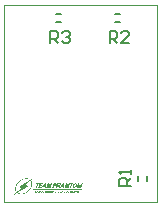
<source format=gto>
G04 Layer_Color=65535*
%FSLAX25Y25*%
%MOIN*%
G70*
G01*
G75*
%ADD14C,0.00394*%
%ADD17C,0.00787*%
%ADD18C,0.00591*%
G36*
X114327Y103930D02*
X114362Y103918D01*
X114368D01*
X114386Y103907D01*
X114415Y103895D01*
X114444Y103872D01*
X114450Y103866D01*
X114462Y103848D01*
X114473Y103819D01*
X114479Y103784D01*
Y103772D01*
Y103749D01*
Y103714D01*
X114468Y103667D01*
Y103661D01*
X114462Y103649D01*
X114456Y103632D01*
X114444Y103614D01*
X114409Y103556D01*
X114362Y103503D01*
X114357D01*
X114351Y103491D01*
X114321Y103468D01*
X114280Y103445D01*
X114240Y103427D01*
X114292Y103064D01*
X114052D01*
X114005Y103386D01*
X113959D01*
X113847Y103064D01*
X113613D01*
X113906Y103936D01*
X114298D01*
X114327Y103930D01*
D02*
G37*
G36*
X115082Y103064D02*
X114848D01*
X114932Y103318D01*
X114824Y103175D01*
X114643D01*
X114632Y103312D01*
X114550Y103064D01*
X114310D01*
X114591Y103877D01*
X114690Y103907D01*
X114819Y103936D01*
X114830Y103445D01*
X115170Y103936D01*
X115380D01*
X115082Y103064D01*
D02*
G37*
G36*
X115924Y103374D02*
X115918Y103363D01*
X115907Y103333D01*
X115883Y103298D01*
X115854Y103251D01*
X115848Y103240D01*
X115825Y103216D01*
X115790Y103181D01*
X115743Y103146D01*
X115731Y103140D01*
X115708Y103123D01*
X115667Y103099D01*
X115620Y103082D01*
X115614D01*
X115608Y103076D01*
X115579Y103070D01*
X115532Y103064D01*
X115480Y103058D01*
X115439D01*
X115404Y103064D01*
X115363Y103076D01*
X115357Y103082D01*
X115333Y103094D01*
X115304Y103117D01*
X115275Y103146D01*
X115269Y103152D01*
X115257Y103175D01*
X115246Y103210D01*
X115240Y103246D01*
Y103257D01*
X115246Y103287D01*
X115252Y103327D01*
X115263Y103374D01*
X115433Y103877D01*
X115532Y103907D01*
X115690Y103936D01*
X115503Y103392D01*
Y103386D01*
X115497Y103374D01*
X115491Y103345D01*
X115497Y103333D01*
X115503Y103316D01*
X115509Y103304D01*
X115526Y103292D01*
X115608D01*
X115614Y103298D01*
X115632Y103310D01*
X115638Y103316D01*
X115644Y103322D01*
X115667Y103345D01*
X115673Y103351D01*
X115679Y103363D01*
X115690Y103392D01*
X115877Y103936D01*
X116112D01*
X115924Y103374D01*
D02*
G37*
G36*
X118890Y103064D02*
X118662D01*
X118720Y103260D01*
X118469Y103234D01*
X118352Y103064D01*
X118124D01*
X118715Y103936D01*
X118896D01*
X118890Y103064D01*
D02*
G37*
G36*
X124711Y103930D02*
X124746Y103918D01*
X124758Y103912D01*
X124775Y103907D01*
X124805Y103883D01*
X124828Y103854D01*
X124834Y103848D01*
X124846Y103831D01*
X124857Y103807D01*
X124869Y103772D01*
Y103760D01*
Y103749D01*
Y103731D01*
Y103708D01*
Y103678D01*
X124863Y103643D01*
X124851Y103597D01*
X124611D01*
Y103602D01*
Y103608D01*
Y103632D01*
Y103655D01*
Y103673D01*
Y103678D01*
X124606Y103696D01*
X124600Y103702D01*
X124594D01*
X124576Y103708D01*
X124571Y103714D01*
X124559D01*
X124553Y103708D01*
X124530Y103702D01*
X124518D01*
Y103708D01*
X124512Y103702D01*
X124495Y103690D01*
X124489Y103684D01*
X124471Y103673D01*
X124465D01*
X124459Y103661D01*
Y103655D01*
X124454Y103643D01*
Y103638D01*
X124442Y103632D01*
X124436Y103614D01*
X124424Y103591D01*
Y103585D01*
X124418Y103567D01*
X124407Y103544D01*
X124395Y103503D01*
X124389Y103491D01*
X124383Y103468D01*
X124372Y103439D01*
X124360Y103409D01*
Y103403D01*
Y103392D01*
X124354Y103357D01*
Y103351D01*
X124348Y103333D01*
X124354Y103327D01*
X124360Y103322D01*
X124366Y103310D01*
X124372Y103304D01*
X124378Y103298D01*
X124383D01*
X124389Y103292D01*
X124430D01*
X124465Y103304D01*
X124471Y103310D01*
X124489Y103322D01*
X124512Y103351D01*
X124553Y103398D01*
X124781D01*
X124758Y103339D01*
Y103333D01*
X124752Y103327D01*
X124729Y103292D01*
X124699Y103251D01*
X124664Y103210D01*
X124658Y103205D01*
X124635Y103181D01*
X124606Y103152D01*
X124565Y103123D01*
X124553Y103117D01*
X124530Y103105D01*
X124495Y103094D01*
X124454Y103076D01*
X124442D01*
X124418Y103070D01*
X124378Y103064D01*
X124331Y103058D01*
X124302D01*
X124266Y103064D01*
X124237Y103070D01*
X124231Y103076D01*
X124214Y103082D01*
X124190Y103094D01*
X124167Y103111D01*
X124161Y103117D01*
X124149Y103129D01*
X124138Y103146D01*
X124126Y103164D01*
Y103170D01*
X124120Y103181D01*
X124103Y103216D01*
Y103222D01*
Y103228D01*
X124097Y103251D01*
Y103257D01*
Y103263D01*
Y103281D01*
Y103287D01*
Y103292D01*
X124103Y103316D01*
Y103322D01*
Y103333D01*
X124108Y103351D01*
X124114Y103380D01*
X124120Y103392D01*
X124126Y103415D01*
X124138Y103456D01*
X124155Y103503D01*
Y103509D01*
X124161Y103515D01*
X124167Y103544D01*
X124185Y103579D01*
X124196Y103614D01*
X124202Y103620D01*
X124208Y103643D01*
X124214Y103667D01*
X124225Y103684D01*
Y103690D01*
X124231Y103702D01*
X124255Y103731D01*
X124260Y103737D01*
X124266Y103749D01*
X124290Y103778D01*
X124296Y103784D01*
X124307Y103796D01*
X124325Y103813D01*
X124348Y103831D01*
X124354Y103836D01*
X124372Y103848D01*
X124395Y103866D01*
X124418Y103883D01*
X124424D01*
X124430Y103889D01*
X124459Y103901D01*
X124495Y103918D01*
X124536Y103930D01*
X124547D01*
X124565Y103936D01*
X124600Y103942D01*
X124670D01*
X124711Y103930D01*
D02*
G37*
G36*
X110653D02*
X110700Y103918D01*
X110706D01*
X110712Y103912D01*
X110741Y103901D01*
X110782Y103872D01*
X110829Y103825D01*
X110659Y103649D01*
X110653D01*
X110648Y103655D01*
X110618Y103667D01*
X110577Y103684D01*
X110542Y103696D01*
X110536D01*
X110519Y103702D01*
X110495Y103708D01*
X110466Y103714D01*
X110460D01*
X110449Y103708D01*
X110443Y103702D01*
X110414Y103696D01*
X110402Y103684D01*
Y103678D01*
X110396Y103661D01*
X110390Y103655D01*
X110396Y103649D01*
X110402Y103638D01*
X110408Y103632D01*
X110419Y103626D01*
X110443Y103620D01*
X110449D01*
X110466Y103614D01*
X110519D01*
X110548Y103608D01*
X110583Y103597D01*
X110618Y103579D01*
X110624Y103573D01*
X110642Y103561D01*
X110659Y103544D01*
X110677Y103515D01*
X110683Y103509D01*
X110688Y103491D01*
X110694Y103462D01*
X110700Y103427D01*
Y103421D01*
Y103403D01*
X110694Y103380D01*
X110688Y103351D01*
Y103345D01*
X110677Y103327D01*
X110665Y103298D01*
X110648Y103269D01*
X110595Y103193D01*
X110560Y103158D01*
X110519Y103129D01*
X110513D01*
X110501Y103117D01*
X110478Y103105D01*
X110449Y103094D01*
X110408Y103082D01*
X110367Y103070D01*
X110314Y103064D01*
X110261Y103058D01*
X110226D01*
X110203Y103064D01*
X110150Y103070D01*
X110092Y103088D01*
X110086D01*
X110080Y103094D01*
X110051Y103117D01*
X110010Y103152D01*
X109986Y103181D01*
X109963Y103216D01*
X110156Y103368D01*
X110168Y103363D01*
X110191Y103339D01*
X110221Y103322D01*
X110250Y103304D01*
X110256D01*
X110285Y103298D01*
X110308D01*
X110332Y103292D01*
X110396D01*
X110379Y103281D01*
X110367Y103269D01*
X110361Y103263D01*
X110408Y103292D01*
X110396D01*
X110414Y103304D01*
X110419D01*
X110425Y103316D01*
X110449Y103339D01*
Y103345D01*
Y103357D01*
X110443Y103363D01*
X110437Y103368D01*
X110431Y103374D01*
X110414Y103380D01*
X110361D01*
X110349Y103386D01*
X110314Y103392D01*
X110308D01*
X110285Y103398D01*
X110250Y103409D01*
X110221Y103421D01*
X110215Y103427D01*
X110203Y103439D01*
X110185Y103456D01*
X110168Y103480D01*
X110162Y103485D01*
X110156Y103509D01*
X110144Y103538D01*
X110139Y103567D01*
Y103573D01*
Y103597D01*
X110144Y103626D01*
X110156Y103661D01*
Y103667D01*
X110162Y103673D01*
X110174Y103702D01*
X110191Y103737D01*
X110221Y103778D01*
X110226Y103790D01*
X110250Y103807D01*
X110279Y103842D01*
X110314Y103872D01*
X110320Y103877D01*
X110343Y103889D01*
X110379Y103907D01*
X110425Y103924D01*
X110431D01*
X110437Y103930D01*
X110466Y103936D01*
X110507Y103942D01*
X110607D01*
X110653Y103930D01*
D02*
G37*
G36*
X113116Y103714D02*
X112754D01*
X112713Y103608D01*
X113029D01*
X112958Y103386D01*
X112642D01*
X112531Y103064D01*
X112291D01*
X112590Y103936D01*
X113192D01*
X113116Y103714D01*
D02*
G37*
G36*
X111467D02*
X111098D01*
X111063Y103608D01*
X111379D01*
X111303Y103386D01*
X110987D01*
X110882Y103064D01*
X110642D01*
X110940Y103936D01*
X111543D01*
X111467Y103714D01*
D02*
G37*
G36*
X112016Y103374D02*
X112011Y103363D01*
X111999Y103333D01*
X111976Y103298D01*
X111946Y103251D01*
X111940Y103240D01*
X111917Y103216D01*
X111882Y103181D01*
X111841Y103146D01*
X111829Y103140D01*
X111806Y103123D01*
X111765Y103099D01*
X111712Y103082D01*
X111701Y103076D01*
X111671Y103070D01*
X111630Y103064D01*
X111578Y103058D01*
X111537D01*
X111496Y103064D01*
X111455Y103076D01*
X111449Y103082D01*
X111426Y103094D01*
X111402Y103117D01*
X111373Y103146D01*
X111367Y103152D01*
X111355Y103175D01*
X111344Y103210D01*
X111338Y103246D01*
Y103257D01*
Y103287D01*
X111344Y103327D01*
X111355Y103374D01*
X111525Y103877D01*
X111625Y103907D01*
X111783Y103936D01*
X111601Y103392D01*
Y103386D01*
X111595Y103374D01*
X111589Y103345D01*
Y103333D01*
X111601Y103316D01*
X111607Y103304D01*
X111619Y103292D01*
X111701D01*
X111706Y103298D01*
X111730Y103316D01*
X111736D01*
X111741Y103322D01*
X111759Y103345D01*
X111765Y103351D01*
X111771Y103363D01*
X111788Y103392D01*
X111970Y103936D01*
X112209D01*
X112016Y103374D01*
D02*
G37*
G36*
X120809Y103292D02*
X121178D01*
X121101Y103064D01*
X120493D01*
X120774Y103877D01*
X120873Y103907D01*
X121031Y103936D01*
X120809Y103292D01*
D02*
G37*
G36*
X121961Y103714D02*
X121599D01*
X121564Y103614D01*
X121880D01*
X121803Y103392D01*
X121488D01*
X121452Y103292D01*
X121821D01*
X121745Y103064D01*
X121137D01*
X121412Y103877D01*
X121517Y103907D01*
X122037Y103936D01*
X121961Y103714D01*
D02*
G37*
G36*
X119727D02*
X119358D01*
X119323Y103614D01*
X119639D01*
X119563Y103392D01*
X119247D01*
X119218Y103292D01*
X119580D01*
X119504Y103064D01*
X118902D01*
X119177Y103877D01*
X119276Y103907D01*
X119803Y103936D01*
X119727Y103714D01*
D02*
G37*
G36*
X120680D02*
X120312D01*
X120277Y103614D01*
X120593D01*
X120517Y103392D01*
X120201D01*
X120166Y103292D01*
X120534D01*
X120458Y103064D01*
X119855D01*
X120130Y103877D01*
X120230Y103907D01*
X120756Y103936D01*
X120680Y103714D01*
D02*
G37*
G36*
X123945Y103064D02*
X123705D01*
X124003Y103936D01*
X124243D01*
X123945Y103064D01*
D02*
G37*
G36*
X117223D02*
X116995D01*
X117053Y103261D01*
X116796Y103234D01*
X116685Y103064D01*
X116498D01*
X116544Y103193D01*
X116457Y103064D01*
X115895D01*
X116170Y103877D01*
X116269Y103907D01*
X116421Y103936D01*
X116205Y103292D01*
X116579D01*
X116544Y103193D01*
X117048Y103936D01*
X117223D01*
Y103064D01*
D02*
G37*
G36*
X122459Y103930D02*
X122500Y103918D01*
X122511Y103912D01*
X122529Y103907D01*
X122558Y103883D01*
X122582Y103854D01*
X122587Y103848D01*
X122599Y103831D01*
X122605Y103819D01*
X122646Y103936D01*
X123295D01*
X123219Y103719D01*
X123014D01*
X122792Y103064D01*
X122552D01*
X122785Y103740D01*
X122615Y103724D01*
X122611Y103708D01*
Y103678D01*
X122605Y103643D01*
X122593Y103597D01*
X122365D01*
Y103608D01*
Y103626D01*
Y103649D01*
Y103667D01*
Y103673D01*
X122359Y103678D01*
X122348Y103696D01*
Y103702D01*
X122336D01*
X122324Y103708D01*
X122318Y103714D01*
X122307D01*
X122301Y103708D01*
X122277Y103702D01*
X122272D01*
Y103708D01*
X122260Y103702D01*
X122242Y103690D01*
X122236Y103684D01*
X122219Y103673D01*
X122207Y103661D01*
X122201Y103655D01*
X122190Y103632D01*
Y103626D01*
X122184Y103614D01*
X122172Y103591D01*
Y103585D01*
X122166Y103567D01*
X122154Y103538D01*
X122143Y103503D01*
Y103491D01*
X122131Y103468D01*
X122125Y103439D01*
X122114Y103409D01*
Y103403D01*
X122108Y103392D01*
X122102Y103374D01*
X122096Y103357D01*
Y103351D01*
Y103339D01*
Y103333D01*
Y103327D01*
X122102Y103322D01*
X122108Y103310D01*
X122114Y103304D01*
X122131Y103298D01*
X122137D01*
Y103292D01*
X122178D01*
X122219Y103304D01*
X122225Y103310D01*
X122242Y103322D01*
X122266Y103351D01*
X122301Y103398D01*
X122523D01*
X122505Y103339D01*
Y103333D01*
X122500Y103327D01*
X122482Y103292D01*
X122453Y103246D01*
X122418Y103205D01*
X122412Y103199D01*
X122389Y103175D01*
X122353Y103152D01*
X122318Y103129D01*
X122307Y103123D01*
X122283Y103111D01*
X122242Y103094D01*
X122201Y103076D01*
X122190D01*
X122166Y103070D01*
X122125Y103064D01*
X122084Y103058D01*
X122049D01*
X122020Y103064D01*
X121985Y103070D01*
X121979Y103076D01*
X121961Y103082D01*
X121938Y103094D01*
X121915Y103111D01*
X121909Y103117D01*
X121903Y103129D01*
X121874Y103164D01*
Y103170D01*
X121862Y103181D01*
X121856Y103199D01*
X121844Y103228D01*
Y103234D01*
Y103240D01*
X121839Y103251D01*
Y103257D01*
Y103263D01*
Y103281D01*
Y103287D01*
X121844Y103292D01*
X121850Y103316D01*
Y103322D01*
Y103333D01*
X121856Y103357D01*
X121868Y103386D01*
X121874Y103392D01*
X121880Y103421D01*
X121891Y103456D01*
X121909Y103503D01*
Y103509D01*
X121915Y103515D01*
X121921Y103544D01*
X121932Y103579D01*
X121944Y103614D01*
X121950Y103620D01*
X121956Y103643D01*
X121967Y103667D01*
X121979Y103690D01*
Y103696D01*
X121985Y103702D01*
X122002Y103725D01*
Y103731D01*
X122008Y103743D01*
X122032Y103778D01*
X122037Y103784D01*
X122049Y103796D01*
X122073Y103813D01*
X122102Y103836D01*
X122108Y103842D01*
X122125Y103854D01*
X122154Y103872D01*
X122184Y103889D01*
X122190Y103895D01*
X122213Y103907D01*
X122242Y103918D01*
X122277Y103930D01*
X122289D01*
X122312Y103936D01*
X122342Y103942D01*
X122424D01*
X122459Y103930D01*
D02*
G37*
G36*
X123722D02*
X123757Y103918D01*
X123763D01*
X123781Y103907D01*
X123804Y103895D01*
X123828Y103877D01*
X123834Y103872D01*
X123845Y103848D01*
X123863Y103819D01*
X123869Y103784D01*
Y103772D01*
X123874Y103749D01*
X123869Y103714D01*
X123857Y103667D01*
Y103661D01*
X123851Y103649D01*
X123845Y103632D01*
X123834Y103614D01*
X123798Y103556D01*
X123752Y103503D01*
X123740Y103491D01*
X123711Y103468D01*
X123676Y103445D01*
X123635Y103427D01*
X123681Y103064D01*
X123447D01*
X123395Y103386D01*
X123354D01*
X123243Y103064D01*
X123009D01*
X123284Y103877D01*
X123383Y103907D01*
X123652Y103936D01*
X123687D01*
X123722Y103930D01*
D02*
G37*
G36*
X115421Y104913D02*
X115070D01*
X115380Y105837D01*
X114807Y104913D01*
X114514D01*
X114567Y105837D01*
X114251Y104913D01*
X114023D01*
X113918Y104971D01*
X114392Y106358D01*
X114748D01*
X114813Y105351D01*
X115562Y106358D01*
X115913D01*
X115421Y104913D01*
D02*
G37*
G36*
X125559D02*
X125214D01*
X125530Y105837D01*
X124951Y104913D01*
X124658D01*
X124705Y105837D01*
X124389Y104913D01*
X124044D01*
X124536Y106358D01*
X124892D01*
X124957Y105351D01*
X125706Y106358D01*
X126057D01*
X125559Y104913D01*
D02*
G37*
G36*
X122985Y106299D02*
X122892Y106030D01*
X122511D01*
X122131Y104913D01*
X121763D01*
X122143Y106030D01*
X121757D01*
X121868Y106358D01*
X123003D01*
X122985Y106299D01*
D02*
G37*
G36*
X109875Y108323D02*
X109870Y108306D01*
X109864Y108282D01*
X109858Y108265D01*
Y108259D01*
Y108241D01*
X109846Y108218D01*
X109840Y108212D01*
X109829Y108206D01*
X109811Y108189D01*
X109782Y108165D01*
X109747Y108136D01*
X109706Y108101D01*
X109606Y108025D01*
X109489Y107925D01*
X109361Y107826D01*
X109226Y107715D01*
X109086Y107598D01*
X109080Y107592D01*
X109068Y107586D01*
X109051Y107569D01*
X109021Y107545D01*
X108986Y107522D01*
X108945Y107487D01*
X108852Y107411D01*
X108740Y107317D01*
X108612Y107218D01*
X108483Y107106D01*
X108343Y106995D01*
X108337Y106990D01*
X108325Y106984D01*
X108308Y106966D01*
X108278Y106943D01*
X108243Y106919D01*
X108208Y106884D01*
X108109Y106808D01*
X107998Y106715D01*
X107869Y106615D01*
X107734Y106504D01*
X107594Y106393D01*
X107588Y106387D01*
X107576Y106381D01*
X107559Y106364D01*
X107529Y106340D01*
X107500Y106317D01*
X107459Y106282D01*
X107366Y106211D01*
X107260Y106130D01*
X107138Y106036D01*
X107015Y105942D01*
X106886Y105855D01*
X106898D01*
X106933Y105843D01*
X106980Y105831D01*
X107050Y105814D01*
X107126Y105796D01*
X107220Y105767D01*
X107319Y105738D01*
X107424Y105708D01*
X107430D01*
X107436Y105702D01*
X107454D01*
X107477Y105697D01*
X107535Y105679D01*
X107611Y105656D01*
X107705Y105626D01*
X107810Y105591D01*
X107927Y105551D01*
X108050Y105509D01*
X108044Y105504D01*
X108033Y105492D01*
X108015Y105474D01*
X107992Y105457D01*
X107939Y105416D01*
X107922Y105398D01*
X107904Y105387D01*
X107898Y105381D01*
X107880Y105375D01*
X107851Y105357D01*
X107810Y105328D01*
X107805Y105322D01*
X107781Y105311D01*
X107752Y105293D01*
X107705Y105264D01*
X107647Y105229D01*
X107576Y105194D01*
X107500Y105147D01*
X107413Y105100D01*
X107319Y105042D01*
X107220Y104983D01*
X107108Y104924D01*
X106991Y104860D01*
X106746Y104726D01*
X106488Y104585D01*
X106482Y104579D01*
X106459Y104568D01*
X106430Y104550D01*
X106383Y104521D01*
X106330Y104492D01*
X106266Y104451D01*
X106196Y104410D01*
X106114Y104357D01*
X106026Y104304D01*
X105932Y104252D01*
X105728Y104129D01*
X105511Y103994D01*
X105283Y103860D01*
X105277Y103854D01*
X105254Y103842D01*
X105225Y103825D01*
X105178Y103801D01*
X105125Y103766D01*
X105061Y103725D01*
X104991Y103684D01*
X104909Y103638D01*
X104821Y103585D01*
X104727Y103526D01*
X104523Y103403D01*
X104306Y103275D01*
X104084Y103140D01*
X104078Y103134D01*
X104060Y103123D01*
X104031Y103105D01*
X103996Y103082D01*
X103949Y103047D01*
X103891Y103012D01*
X103826Y102971D01*
X103756Y102924D01*
X103674Y102871D01*
X103587Y102813D01*
X103399Y102696D01*
X103195Y102567D01*
X102972Y102438D01*
X102966D01*
X102955Y102427D01*
X102920Y102409D01*
X102896Y102397D01*
X102867Y102380D01*
X102861D01*
X102855Y102374D01*
X102820Y102362D01*
X102803D01*
X102785Y102368D01*
X102768Y102374D01*
X102756Y102391D01*
Y102397D01*
Y102403D01*
X102768Y102438D01*
X102785Y102479D01*
X102820Y102514D01*
X102826D01*
X102832Y102520D01*
X102855Y102538D01*
X102891Y102555D01*
X102926Y102579D01*
X102931D01*
X102937Y102590D01*
X102972Y102614D01*
X103031Y102661D01*
X103107Y102719D01*
X103195Y102783D01*
X103288Y102865D01*
X103399Y102947D01*
X103511Y103035D01*
X103516Y103041D01*
X103522Y103047D01*
X103540Y103058D01*
X103563Y103076D01*
X103622Y103123D01*
X103698Y103187D01*
X103791Y103257D01*
X103897Y103339D01*
X104008Y103427D01*
X104125Y103515D01*
X104131Y103521D01*
X104137Y103526D01*
X104154Y103538D01*
X104177Y103556D01*
X104242Y103602D01*
X104324Y103667D01*
X104417Y103743D01*
X104523Y103825D01*
X104640Y103912D01*
X104751Y104000D01*
X104757D01*
X104762Y104012D01*
X104798Y104035D01*
X104850Y104082D01*
X104915Y104135D01*
X105002Y104205D01*
X105096Y104281D01*
X105195Y104363D01*
X105306Y104451D01*
X105312Y104456D01*
X105324Y104468D01*
X105348Y104486D01*
X105377Y104503D01*
X105453Y104562D01*
X105535Y104626D01*
X105541Y104632D01*
X105558Y104644D01*
X105581Y104661D01*
X105617Y104685D01*
X105657Y104708D01*
X105704Y104737D01*
X105757Y104772D01*
X105815Y104807D01*
X105745Y104790D01*
X105734D01*
X105704Y104796D01*
X105657Y104807D01*
X105599Y104819D01*
X105535Y104837D01*
X105459Y104860D01*
X105295Y104913D01*
X105283Y104919D01*
X105260Y104930D01*
X105213Y104948D01*
X105154Y104971D01*
X105084Y105000D01*
X105002Y105036D01*
X104909Y105077D01*
X104815Y105123D01*
X104821Y105129D01*
X104844Y105147D01*
X104879Y105170D01*
X104926Y105200D01*
X104991Y105240D01*
X105061Y105293D01*
X105137Y105346D01*
X105225Y105404D01*
X105318Y105469D01*
X105423Y105533D01*
X105640Y105679D01*
X105862Y105825D01*
X106096Y105972D01*
X106102Y105977D01*
X106125Y105989D01*
X106155Y106013D01*
X106202Y106042D01*
X106260Y106077D01*
X106324Y106118D01*
X106395Y106165D01*
X106482Y106217D01*
X106570Y106276D01*
X106664Y106334D01*
X106874Y106469D01*
X107091Y106609D01*
X107319Y106755D01*
X107325Y106761D01*
X107348Y106773D01*
X107377Y106797D01*
X107424Y106826D01*
X107483Y106861D01*
X107547Y106902D01*
X107617Y106949D01*
X107705Y107001D01*
X107793Y107060D01*
X107886Y107118D01*
X108097Y107253D01*
X108313Y107393D01*
X108542Y107539D01*
X108547Y107545D01*
X108571Y107557D01*
X108606Y107580D01*
X108647Y107610D01*
X108705Y107645D01*
X108776Y107686D01*
X108852Y107732D01*
X108939Y107785D01*
X109033Y107844D01*
X109138Y107908D01*
X109249Y107972D01*
X109366Y108043D01*
X109612Y108183D01*
X109875Y108335D01*
Y108323D01*
D02*
G37*
G36*
X118440Y104913D02*
X118065D01*
X118258Y105480D01*
X117726D01*
X117533Y104913D01*
X117281D01*
X117182Y104971D01*
X117656Y106358D01*
X118024D01*
X117837Y105808D01*
X118375D01*
X118563Y106358D01*
X118931D01*
X118440Y104913D01*
D02*
G37*
G36*
X107471Y108037D02*
X107512D01*
X107553Y108031D01*
X107606Y108025D01*
X107664Y108013D01*
X107793Y107990D01*
X107933Y107955D01*
X108079Y107908D01*
X108231Y107844D01*
X108097Y107645D01*
X108091D01*
X108079Y107651D01*
X108056Y107656D01*
X108033Y107668D01*
X107992Y107680D01*
X107951Y107692D01*
X107851Y107721D01*
X107734Y107750D01*
X107600Y107779D01*
X107454Y107797D01*
X107307Y107808D01*
X107161D01*
X107108Y107803D01*
X107056D01*
X106933Y107791D01*
X106798Y107773D01*
X106646Y107744D01*
X106494Y107709D01*
X106488D01*
X106476Y107703D01*
X106453Y107697D01*
X106424Y107686D01*
X106383Y107674D01*
X106342Y107662D01*
X106289Y107645D01*
X106237Y107627D01*
X106108Y107574D01*
X105973Y107516D01*
X105821Y107446D01*
X105669Y107364D01*
X105663D01*
X105652Y107352D01*
X105628Y107341D01*
X105599Y107323D01*
X105564Y107300D01*
X105523Y107276D01*
X105470Y107241D01*
X105418Y107206D01*
X105295Y107124D01*
X105154Y107019D01*
X105008Y106902D01*
X104856Y106773D01*
X104850Y106767D01*
X104844Y106761D01*
X104827Y106744D01*
X104803Y106720D01*
X104780Y106685D01*
X104745Y106650D01*
X104669Y106562D01*
X104581Y106457D01*
X104488Y106334D01*
X104388Y106200D01*
X104289Y106053D01*
Y106048D01*
X104277Y106036D01*
X104265Y106018D01*
X104248Y105989D01*
X104230Y105954D01*
X104207Y105919D01*
X104160Y105820D01*
X104101Y105708D01*
X104043Y105580D01*
X103984Y105439D01*
X103938Y105293D01*
Y105287D01*
X103932Y105275D01*
X103926Y105252D01*
X103920Y105223D01*
X103908Y105188D01*
X103902Y105147D01*
X103891Y105100D01*
X103879Y105042D01*
X103856Y104919D01*
X103832Y104772D01*
X103815Y104614D01*
X103803Y104445D01*
Y104439D01*
Y104433D01*
X103809Y104416D01*
Y104392D01*
X103821Y104334D01*
X103838Y104252D01*
X103867Y104152D01*
X103897Y104041D01*
X103944Y103918D01*
X103996Y103784D01*
X103856Y103684D01*
X103756Y103708D01*
Y103714D01*
X103750Y103725D01*
X103739Y103743D01*
X103727Y103766D01*
X103715Y103796D01*
X103704Y103831D01*
X103668Y103924D01*
X103639Y104035D01*
X103610Y104164D01*
X103593Y104310D01*
X103581Y104468D01*
Y104474D01*
Y104486D01*
Y104509D01*
Y104533D01*
Y104568D01*
Y104614D01*
Y104661D01*
X103587Y104714D01*
X103598Y104837D01*
X103616Y104971D01*
X103651Y105123D01*
X103692Y105281D01*
Y105287D01*
X103698Y105299D01*
X103704Y105322D01*
X103715Y105357D01*
X103733Y105398D01*
X103750Y105445D01*
X103768Y105498D01*
X103797Y105556D01*
X103850Y105691D01*
X103926Y105837D01*
X104008Y105995D01*
X104107Y106159D01*
X104113Y106165D01*
X104119Y106176D01*
X104131Y106200D01*
X104154Y106229D01*
X104177Y106264D01*
X104207Y106305D01*
X104283Y106399D01*
X104370Y106510D01*
X104476Y106633D01*
X104593Y106755D01*
X104721Y106873D01*
X104727Y106878D01*
X104739Y106890D01*
X104762Y106913D01*
X104798Y106943D01*
X104833Y106978D01*
X104879Y107025D01*
X104932Y107071D01*
X104991Y107118D01*
X105125Y107229D01*
X105277Y107346D01*
X105435Y107463D01*
X105605Y107569D01*
X105611Y107574D01*
X105622Y107580D01*
X105646Y107592D01*
X105681Y107610D01*
X105722Y107627D01*
X105769Y107651D01*
X105821Y107680D01*
X105880Y107709D01*
X106014Y107768D01*
X106167Y107826D01*
X106324Y107885D01*
X106494Y107937D01*
X106500D01*
X106518Y107943D01*
X106541Y107949D01*
X106570Y107955D01*
X106611Y107966D01*
X106664Y107978D01*
X106716Y107984D01*
X106781Y107996D01*
X106915Y108019D01*
X107067Y108031D01*
X107231Y108043D01*
X107436D01*
X107471Y108037D01*
D02*
G37*
G36*
X117223Y106352D02*
X117270Y106346D01*
X117317Y106328D01*
X117369Y106311D01*
X117416Y106282D01*
X117451Y106247D01*
X117457Y106241D01*
X117463Y106229D01*
X117474Y106200D01*
X117486Y106165D01*
X117492Y106118D01*
X117498Y106065D01*
X117486Y106001D01*
X117469Y105925D01*
X117463Y105913D01*
X117451Y105890D01*
X117434Y105843D01*
X117404Y105796D01*
X117369Y105738D01*
X117317Y105673D01*
X117258Y105615D01*
X117188Y105556D01*
X117176Y105551D01*
X117153Y105533D01*
X117106Y105509D01*
X117036Y105480D01*
X116954Y105451D01*
X116854Y105422D01*
X116737Y105393D01*
X116603Y105369D01*
X116673Y105702D01*
X116685D01*
X116708Y105708D01*
X116743Y105714D01*
X116790Y105726D01*
X116890Y105755D01*
X116936Y105773D01*
X116971Y105790D01*
X116977D01*
X116983Y105802D01*
X117018Y105825D01*
X117053Y105866D01*
X117071Y105890D01*
X117083Y105919D01*
X117088Y105931D01*
X117094Y105954D01*
Y105977D01*
X117088Y106001D01*
X117083Y106007D01*
X117071Y106013D01*
X117048Y106018D01*
X117012Y106024D01*
X116743D01*
X116369Y104913D01*
X116117D01*
X116018Y104971D01*
X116492Y106358D01*
X117182D01*
X117223Y106352D01*
D02*
G37*
G36*
X121365Y104913D02*
X121014D01*
X120745Y105901D01*
X120411Y104913D01*
X120048D01*
X120540Y106358D01*
X120879D01*
X121160Y105393D01*
X121493Y106358D01*
X121856D01*
X121365Y104913D01*
D02*
G37*
G36*
X120008D02*
X119639D01*
X119610Y105275D01*
X119148D01*
X119364Y105603D01*
X119616D01*
X119598Y105989D01*
X118861Y104960D01*
X118826Y104942D01*
X118475Y104913D01*
X119557Y106358D01*
X119902D01*
X120008Y104913D01*
D02*
G37*
G36*
X108963Y107153D02*
X108975Y107142D01*
X108980Y107124D01*
X108998Y107095D01*
X109015Y107066D01*
X109033Y107025D01*
X109074Y106931D01*
X109115Y106814D01*
X109156Y106685D01*
X109185Y106539D01*
X109203Y106387D01*
Y106381D01*
Y106369D01*
Y106346D01*
Y106317D01*
X109209Y106276D01*
X109203Y106235D01*
Y106182D01*
Y106124D01*
X109191Y105995D01*
X109173Y105849D01*
X109144Y105685D01*
X109103Y105521D01*
Y105515D01*
X109097Y105504D01*
X109091Y105474D01*
X109080Y105445D01*
X109062Y105404D01*
X109051Y105351D01*
X109027Y105299D01*
X109004Y105240D01*
X108945Y105100D01*
X108875Y104954D01*
X108793Y104790D01*
X108694Y104626D01*
X108688Y104620D01*
X108682Y104609D01*
X108664Y104585D01*
X108647Y104550D01*
X108618Y104515D01*
X108588Y104468D01*
X108507Y104363D01*
X108413Y104234D01*
X108296Y104100D01*
X108167Y103959D01*
X108027Y103819D01*
X108021Y103813D01*
X108009Y103801D01*
X107986Y103784D01*
X107957Y103754D01*
X107922Y103725D01*
X107880Y103690D01*
X107828Y103649D01*
X107775Y103602D01*
X107647Y103503D01*
X107506Y103398D01*
X107342Y103292D01*
X107173Y103187D01*
X107167D01*
X107149Y103175D01*
X107126Y103164D01*
X107091Y103146D01*
X107050Y103123D01*
X107003Y103099D01*
X106945Y103070D01*
X106880Y103041D01*
X106740Y102982D01*
X106576Y102918D01*
X106406Y102859D01*
X106225Y102807D01*
X106219D01*
X106190Y102801D01*
X106155Y102789D01*
X106108Y102783D01*
X106050Y102772D01*
X105985Y102760D01*
X105851Y102737D01*
X105845D01*
X105821Y102731D01*
X105786D01*
X105745Y102725D01*
X105646Y102719D01*
X105546Y102713D01*
X105523Y102743D01*
X105494D01*
X105470Y102737D01*
X105254D01*
X105160Y102743D01*
X105061Y102748D01*
X104967Y102766D01*
X104955D01*
X104926Y102778D01*
X104879Y102789D01*
X104821Y102807D01*
X104745Y102830D01*
X104669Y102859D01*
X104581Y102900D01*
X104493Y102941D01*
X104634Y103140D01*
X104640D01*
X104651Y103134D01*
X104675Y103123D01*
X104704Y103111D01*
X104739Y103099D01*
X104780Y103088D01*
X104879Y103052D01*
X104997Y103017D01*
X105131Y102988D01*
X105277Y102965D01*
X105423Y102947D01*
X105681D01*
X105804Y102959D01*
X105944Y102971D01*
X106090Y102994D01*
X106248Y103029D01*
X106254D01*
X106266Y103035D01*
X106289Y103041D01*
X106324Y103052D01*
X106360Y103064D01*
X106406Y103076D01*
X106459Y103094D01*
X106518Y103117D01*
X106646Y103164D01*
X106787Y103228D01*
X106945Y103298D01*
X107103Y103386D01*
X107108D01*
X107120Y103398D01*
X107143Y103409D01*
X107173Y103427D01*
X107208Y103445D01*
X107249Y103474D01*
X107348Y103532D01*
X107465Y103608D01*
X107588Y103696D01*
X107717Y103796D01*
X107845Y103901D01*
X107851Y103907D01*
X107863Y103918D01*
X107886Y103942D01*
X107910Y103971D01*
X107945Y104006D01*
X107986Y104053D01*
X108027Y104100D01*
X108079Y104152D01*
X108185Y104281D01*
X108290Y104416D01*
X108401Y104568D01*
X108507Y104720D01*
Y104726D01*
X108518Y104737D01*
X108530Y104755D01*
X108547Y104784D01*
X108565Y104819D01*
X108588Y104860D01*
X108641Y104960D01*
X108700Y105077D01*
X108758Y105205D01*
X108817Y105346D01*
X108863Y105492D01*
Y105498D01*
X108869Y105509D01*
X108875Y105533D01*
X108881Y105562D01*
X108893Y105597D01*
X108898Y105638D01*
X108922Y105738D01*
X108939Y105860D01*
X108951Y105995D01*
X108957Y106135D01*
Y106282D01*
Y106288D01*
Y106299D01*
Y106317D01*
X108951Y106346D01*
X108945Y106381D01*
X108939Y106422D01*
X108928Y106516D01*
X108898Y106633D01*
X108863Y106755D01*
X108817Y106890D01*
X108758Y107025D01*
X108963Y107159D01*
Y107153D01*
D02*
G37*
G36*
X125618Y104228D02*
X109606D01*
X109665Y104404D01*
X109764Y104433D01*
X125694Y104462D01*
X125618Y104228D01*
D02*
G37*
G36*
X118218Y103930D02*
X118264Y103918D01*
X118270D01*
X118276Y103912D01*
X118305Y103901D01*
X118346Y103872D01*
X118387Y103825D01*
X118218Y103649D01*
X118206Y103655D01*
X118176Y103667D01*
X118141Y103684D01*
X118106Y103696D01*
X118101D01*
X118083Y103702D01*
X118060Y103708D01*
X118030Y103714D01*
X118024D01*
X118007Y103708D01*
X118001Y103702D01*
X117978Y103696D01*
X117972Y103684D01*
X117966Y103678D01*
X117960Y103661D01*
Y103655D01*
X117954Y103649D01*
X117960Y103643D01*
Y103638D01*
X117966Y103632D01*
X117978Y103626D01*
X118001Y103620D01*
X118007D01*
X118024Y103614D01*
X118077D01*
X118106Y103608D01*
X118141Y103597D01*
X118176Y103579D01*
X118182Y103573D01*
X118200Y103561D01*
X118223Y103544D01*
X118241Y103515D01*
X118247Y103509D01*
X118253Y103491D01*
X118258Y103462D01*
Y103427D01*
Y103421D01*
Y103403D01*
X118253Y103374D01*
X118247Y103339D01*
Y103333D01*
X118235Y103316D01*
X118223Y103292D01*
X118212Y103263D01*
X118159Y103193D01*
X118130Y103158D01*
X118089Y103129D01*
X118083D01*
X118071Y103117D01*
X118048Y103105D01*
X118013Y103094D01*
X117972Y103082D01*
X117931Y103070D01*
X117878Y103064D01*
X117820Y103058D01*
X117785D01*
X117761Y103064D01*
X117709Y103070D01*
X117650Y103088D01*
X117644D01*
X117638Y103094D01*
X117609Y103117D01*
X117568Y103152D01*
X117551Y103181D01*
X117527Y103216D01*
X117709Y103368D01*
X117714D01*
X117720Y103363D01*
X117750Y103339D01*
X117785Y103322D01*
X117814Y103304D01*
X117820D01*
X117849Y103298D01*
X117867D01*
X117896Y103292D01*
X117960D01*
X117943Y103281D01*
X117931Y103269D01*
X117925Y103263D01*
X117966Y103292D01*
X117960D01*
X117978Y103304D01*
X117983D01*
X117989Y103316D01*
X118001Y103322D01*
X118007Y103339D01*
Y103345D01*
Y103351D01*
Y103363D01*
X118001Y103368D01*
X117989Y103374D01*
X117972Y103380D01*
X117919D01*
X117907Y103386D01*
X117878Y103392D01*
X117867D01*
X117843Y103398D01*
X117814Y103409D01*
X117779Y103421D01*
X117773Y103427D01*
X117761Y103439D01*
X117744Y103456D01*
X117732Y103480D01*
X117726Y103485D01*
X117720Y103509D01*
X117709Y103532D01*
X117703Y103567D01*
Y103573D01*
Y103597D01*
X117709Y103626D01*
X117720Y103661D01*
Y103667D01*
X117726Y103673D01*
X117738Y103702D01*
X117755Y103737D01*
X117779Y103778D01*
X117785Y103790D01*
X117802Y103807D01*
X117837Y103842D01*
X117878Y103872D01*
X117890Y103877D01*
X117913Y103889D01*
X117948Y103907D01*
X117989Y103924D01*
X118001Y103930D01*
X118030Y103936D01*
X118071Y103942D01*
X118171D01*
X118218Y103930D01*
D02*
G37*
G36*
X113578Y103936D02*
X113608Y103930D01*
X113613D01*
X113637Y103918D01*
X113660Y103907D01*
X113684Y103889D01*
X113690Y103883D01*
X113701Y103872D01*
X113719Y103854D01*
X113731Y103831D01*
X113736Y103825D01*
X113742Y103813D01*
X113754Y103778D01*
Y103772D01*
X113760Y103766D01*
Y103731D01*
Y103725D01*
Y103714D01*
X113754Y103678D01*
Y103673D01*
X113748Y103655D01*
X113742Y103632D01*
X113731Y103597D01*
Y103591D01*
X113725Y103567D01*
X113713Y103538D01*
X113701Y103503D01*
Y103491D01*
X113690Y103468D01*
X113678Y103433D01*
X113666Y103398D01*
Y103392D01*
X113654Y103374D01*
X113643Y103345D01*
X113631Y103316D01*
Y103310D01*
X113625Y103298D01*
X113602Y103263D01*
Y103257D01*
X113590Y103251D01*
X113561Y103222D01*
X113555Y103216D01*
X113543Y103205D01*
X113526Y103187D01*
X113502Y103170D01*
X113496Y103164D01*
X113479Y103152D01*
X113456Y103134D01*
X113420Y103111D01*
X113415Y103105D01*
X113391Y103099D01*
X113356Y103082D01*
X113321Y103070D01*
X113315D01*
X113292Y103064D01*
X113257Y103058D01*
X113181D01*
X113151Y103064D01*
X113116Y103070D01*
X113110Y103076D01*
X113093Y103082D01*
X113052Y103111D01*
X113046Y103117D01*
X113034Y103134D01*
X113005Y103170D01*
Y103175D01*
X112993Y103187D01*
X112982Y103222D01*
Y103228D01*
Y103234D01*
Y103240D01*
Y103246D01*
X112976Y103257D01*
Y103263D01*
X112982Y103269D01*
Y103281D01*
Y103287D01*
Y103292D01*
X112976Y103310D01*
Y103316D01*
X112982Y103333D01*
X112993Y103357D01*
X112999Y103386D01*
X113005Y103392D01*
X113011Y103421D01*
X113023Y103456D01*
X113040Y103503D01*
Y103509D01*
X113046Y103515D01*
X113052Y103538D01*
X113069Y103573D01*
X113081Y103608D01*
X113087Y103614D01*
X113093Y103638D01*
X113099Y103661D01*
X113105Y103684D01*
X113110Y103690D01*
X113116Y103702D01*
X113140Y103731D01*
X113145Y103737D01*
X113151Y103749D01*
X113175Y103778D01*
X113181Y103784D01*
X113192Y103796D01*
X113210Y103813D01*
X113233Y103831D01*
X113239Y103836D01*
X113257Y103854D01*
X113286Y103872D01*
X113315Y103889D01*
X113321Y103895D01*
X113344Y103907D01*
X113374Y103918D01*
X113409Y103930D01*
X113420D01*
X113444Y103936D01*
X113473Y103942D01*
X113543D01*
X113578Y103936D01*
D02*
G37*
G36*
X112794Y106299D02*
X112701Y106030D01*
X112040D01*
X111964Y105808D01*
X112601D01*
X112485Y105474D01*
X111841D01*
X111765Y105240D01*
X112443D01*
X112337Y104927D01*
X112327Y104913D01*
X111285D01*
X111783Y106358D01*
X112818D01*
X112794Y106299D01*
D02*
G37*
G36*
X113859Y104913D02*
X113485D01*
X113461Y105275D01*
X112999D01*
X113210Y105603D01*
X113461D01*
X113450Y105989D01*
X112683Y104913D01*
X112332D01*
X112337Y104927D01*
X113409Y106358D01*
X113754D01*
X113859Y104913D01*
D02*
G37*
G36*
X123828Y106358D02*
X123904Y106346D01*
X123980Y106323D01*
X124062Y106288D01*
X124132Y106241D01*
X124185Y106176D01*
X124190Y106171D01*
X124202Y106141D01*
X124214Y106100D01*
X124225Y106036D01*
X124237Y105960D01*
X124231Y105866D01*
X124214Y105761D01*
X124179Y105632D01*
Y105626D01*
X124173Y105615D01*
X124167Y105597D01*
X124155Y105574D01*
X124126Y105509D01*
X124085Y105433D01*
X124032Y105346D01*
X123974Y105252D01*
X123898Y105164D01*
X123810Y105088D01*
X123798Y105082D01*
X123769Y105059D01*
X123711Y105030D01*
X123640Y104995D01*
X123553Y104960D01*
X123447Y104930D01*
X123330Y104907D01*
X123202Y104901D01*
X123167D01*
X123143Y104907D01*
X123085Y104913D01*
X123014Y104924D01*
X122938Y104948D01*
X122856Y104983D01*
X122786Y105024D01*
X122734Y105088D01*
X122728Y105100D01*
X122716Y105123D01*
X122704Y105164D01*
X122699Y105229D01*
X122693Y105305D01*
X122704Y105393D01*
X122734Y105504D01*
X122757Y105562D01*
X122786Y105626D01*
X122722Y105632D01*
Y105638D01*
X122728Y105650D01*
X122734Y105667D01*
X122745Y105691D01*
X122775Y105755D01*
X122816Y105837D01*
X122868Y105925D01*
X122933Y106018D01*
X123009Y106106D01*
X123096Y106182D01*
X123102D01*
X123108Y106188D01*
X123143Y106211D01*
X123196Y106241D01*
X123266Y106276D01*
X123354Y106311D01*
X123459Y106340D01*
X123576Y106364D01*
X123705Y106369D01*
X123763D01*
X123828Y106358D01*
D02*
G37*
G36*
X111747Y106299D02*
X111654Y106030D01*
X111268D01*
X110887Y104913D01*
X110519D01*
X110899Y106030D01*
X110519D01*
X110630Y106358D01*
X111765D01*
X111747Y106299D01*
D02*
G37*
%LPC*%
G36*
X114210Y103719D02*
X114076D01*
X114030Y103586D01*
X114146Y103608D01*
X114181D01*
X114187Y103614D01*
X114199Y103620D01*
X114204D01*
X114210Y103626D01*
X114222Y103643D01*
X114228Y103649D01*
X114240Y103667D01*
Y103673D01*
Y103678D01*
Y103690D01*
Y103696D01*
X114228Y103708D01*
Y103714D01*
X114216D01*
X114210Y103719D01*
D02*
G37*
G36*
X118814Y103450D02*
X118678D01*
X118668Y103392D01*
X118814Y103450D01*
D02*
G37*
G36*
X117141D02*
X117010D01*
X117001Y103392D01*
X117141Y103450D01*
D02*
G37*
G36*
X122605Y103819D02*
X122570Y103719D01*
X122615Y103724D01*
X122617Y103731D01*
Y103749D01*
Y103760D01*
Y103772D01*
X122611Y103807D01*
X122605Y103819D01*
D02*
G37*
G36*
X123605Y103719D02*
X123471D01*
X123425Y103586D01*
X123535Y103608D01*
X123576D01*
X123582Y103614D01*
X123600Y103626D01*
X123605Y103632D01*
X123611Y103638D01*
X123617Y103643D01*
X123629Y103667D01*
Y103673D01*
Y103678D01*
Y103690D01*
Y103696D01*
X123623Y103708D01*
Y103714D01*
X123611D01*
X123605Y103719D01*
D02*
G37*
G36*
X113438Y103714D02*
X113432Y103708D01*
X113415Y103702D01*
X113403D01*
Y103708D01*
X113391Y103702D01*
X113380Y103690D01*
X113374D01*
X113368Y103684D01*
X113356Y103678D01*
X113339Y103661D01*
Y103655D01*
X113333Y103643D01*
Y103638D01*
X113327Y103626D01*
X113315Y103602D01*
Y103597D01*
X113303Y103573D01*
X113292Y103544D01*
X113274Y103503D01*
X113268Y103491D01*
X113262Y103468D01*
X113251Y103433D01*
X113239Y103398D01*
Y103392D01*
Y103380D01*
X113233Y103368D01*
Y103357D01*
Y103351D01*
Y103339D01*
Y103333D01*
X113245Y103316D01*
Y103310D01*
Y103304D01*
X113257D01*
X113268Y103298D01*
X113274Y103292D01*
X113327D01*
X113333Y103298D01*
X113339D01*
X113344Y103304D01*
X113350Y103310D01*
X113362D01*
X113368Y103322D01*
X113374D01*
X113380Y103327D01*
X113397Y103345D01*
X113403Y103351D01*
X113409Y103357D01*
Y103363D01*
X113415Y103368D01*
X113420Y103386D01*
X113426Y103409D01*
X113432Y103415D01*
X113438Y103439D01*
X113450Y103468D01*
X113461Y103503D01*
X113467Y103509D01*
X113473Y103532D01*
X113479Y103561D01*
X113491Y103591D01*
Y103597D01*
X113496Y103614D01*
X113502Y103632D01*
Y103643D01*
Y103655D01*
Y103661D01*
X113491Y103678D01*
Y103684D01*
X113485Y103690D01*
Y103696D01*
X113473Y103702D01*
X113461D01*
X113456Y103708D01*
X113438Y103714D01*
D02*
G37*
G36*
X123594Y106036D02*
X123564D01*
X123529Y106030D01*
X123488Y106024D01*
X123442Y106013D01*
X123389Y105995D01*
X123342Y105972D01*
X123295Y105937D01*
X123289Y105931D01*
X123278Y105919D01*
X123254Y105896D01*
X123231Y105866D01*
X123196Y105825D01*
X123167Y105773D01*
X123137Y105708D01*
X123108Y105638D01*
X123102Y105626D01*
X123096Y105603D01*
X123085Y105568D01*
X123079Y105521D01*
X123067Y105469D01*
Y105416D01*
X123073Y105369D01*
X123085Y105328D01*
Y105322D01*
X123096Y105311D01*
X123114Y105299D01*
X123132Y105281D01*
X123167Y105258D01*
X123207Y105246D01*
X123254Y105235D01*
X123319Y105229D01*
X123348D01*
X123377Y105235D01*
X123418Y105240D01*
X123465Y105252D01*
X123512Y105270D01*
X123558Y105293D01*
X123605Y105328D01*
X123611Y105334D01*
X123629Y105346D01*
X123646Y105369D01*
X123676Y105404D01*
X123705Y105445D01*
X123740Y105504D01*
X123769Y105562D01*
X123798Y105638D01*
X123804Y105650D01*
X123810Y105673D01*
X123816Y105708D01*
X123828Y105755D01*
X123834Y105802D01*
Y105849D01*
X123828Y105896D01*
X123816Y105937D01*
Y105942D01*
X123804Y105954D01*
X123793Y105966D01*
X123769Y105989D01*
X123740Y106007D01*
X123699Y106018D01*
X123652Y106030D01*
X123594Y106036D01*
D02*
G37*
%LPD*%
D14*
X100000Y100000D02*
X150787D01*
Y165748D01*
X100000D02*
X150787D01*
X100000Y100000D02*
Y165748D01*
D17*
X144685Y107087D02*
Y108661D01*
X147441Y107087D02*
Y108661D01*
X117323Y160039D02*
X118898D01*
X117323Y162795D02*
X118898D01*
X137008Y162795D02*
X138583D01*
X137008Y160039D02*
X138583D01*
D18*
X142126Y105512D02*
X138190D01*
Y107480D01*
X138846Y108136D01*
X140158D01*
X140814Y107480D01*
Y105512D01*
Y106824D02*
X142126Y108136D01*
Y109448D02*
Y110759D01*
Y110103D01*
X138190D01*
X138846Y109448D01*
X135039Y153228D02*
Y157164D01*
X137007D01*
X137663Y156508D01*
Y155196D01*
X137007Y154540D01*
X135039D01*
X136351D02*
X137663Y153228D01*
X141599D02*
X138975D01*
X141599Y155852D01*
Y156508D01*
X140943Y157164D01*
X139631D01*
X138975Y156508D01*
X115354Y153228D02*
Y157164D01*
X117322D01*
X117978Y156508D01*
Y155196D01*
X117322Y154540D01*
X115354D01*
X116666D02*
X117978Y153228D01*
X119290Y156508D02*
X119946Y157164D01*
X121258D01*
X121914Y156508D01*
Y155852D01*
X121258Y155196D01*
X120602D01*
X121258D01*
X121914Y154540D01*
Y153884D01*
X121258Y153228D01*
X119946D01*
X119290Y153884D01*
M02*

</source>
